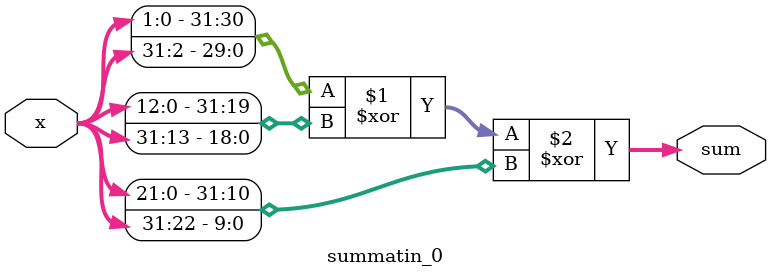
<source format=v>
`default_nettype none
module summatin_0	(
				x,
				sum				
				);

input	[31:0] 	x;
output	[31:0]	sum;
				
assign sum = ( { x[1:0] , x[31:2] } ^ { x[12:0] , x[31:13] } ^ { x[21:0] , x[31:22] } );


endmodule

</source>
